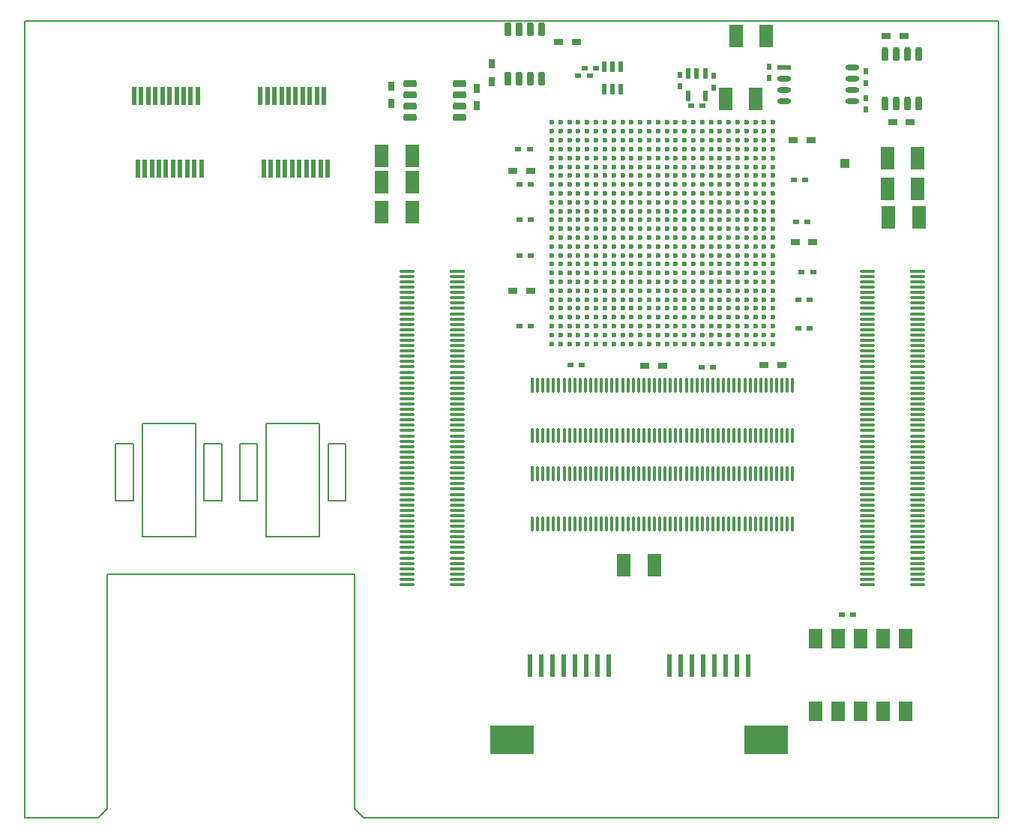
<source format=gtp>
*
*
G04 PADS 9.5 Build Number: 522968 generated Gerber (RS-274-X) file*
G04 PC Version=2.1*
*
%IN "SCROD.revA3.batch4.auto"*%
*
%MOIN*%
*
%FSLAX35Y35*%
*
*
*
*
G04 PC Standard Apertures*
*
*
G04 Thermal Relief Aperture macro.*
%AMTER*
1,1,$1,0,0*
1,0,$1-$2,0,0*
21,0,$3,$4,0,0,45*
21,0,$3,$4,0,0,135*
%
*
*
G04 Annular Aperture macro.*
%AMANN*
1,1,$1,0,0*
1,0,$2,0,0*
%
*
*
G04 Odd Aperture macro.*
%AMODD*
1,1,$1,0,0*
1,0,$1-0.005,0,0*
%
*
*
G04 PC Custom Aperture Macros*
*
*
*
*
*
*
G04 PC Aperture Table*
*
%ADD010C,0.001*%
%ADD012C,0.005*%
%ADD013C,0.01*%
%ADD041C,0.02362*%
%ADD042R,0.01969X0.07874*%
%ADD074R,0.022X0.1*%
%ADD086R,0.06X0.1*%
%ADD089R,0.01378X0.06693*%
%ADD090O,0.01378X0.06693*%
%ADD091R,0.06693X0.01378*%
%ADD092O,0.06693X0.01378*%
%ADD096R,0.02X0.05*%
%ADD109R,0.0315X0.01969*%
%ADD110R,0.04331X0.0315*%
%ADD111R,0.01969X0.0315*%
%ADD121R,0.0315X0.04331*%
%ADD153R,0.19685X0.13*%
%ADD156R,0.06299X0.02362*%
%ADD157O,0.06299X0.02362*%
%ADD177R,0.03937X0.03937*%
%ADD231R,0.059X0.085*%
*
*
*
*
G04 PC Circuitry*
G04 Layer Name SCROD.revA3.batch4.auto - circuitry*
%LPD*%
*
*
G04 PC Custom Flashes*
G04 Layer Name SCROD.revA3.batch4.auto - flashes*
%LPD*%
*
*
G04 PC Circuitry*
G04 Layer Name SCROD.revA3.batch4.auto - circuitry*
%LPD*%
*
G54D10*
G54D12*
G01X80315Y56693D02*
X112795D01*
X116732Y60630*
Y164961*
X226969*
Y60630*
X230906Y56693*
X513386*
Y411024*
X80315*
Y56693*
X132480Y231890D02*
X156102D01*
Y181693*
X132480*
Y231890*
X187598D02*
X211220D01*
Y181693*
X187598*
Y231890*
X160039Y223031D02*
X167913D01*
Y197441*
X160039*
Y223031*
X175787D02*
X183661D01*
Y197441*
X175787*
Y223031*
X215157D02*
X223031D01*
Y197441*
X215157*
Y223031*
X120669D02*
X128543D01*
Y197441*
X120669*
Y223031*
G54D13*
X295557Y382760D02*
X293971D01*
X293764Y382967*
Y387553*
X293971Y387760*
X295557*
X295764Y387553*
Y382967*
X295557Y382760*
X293764Y383000D02*
X295764D01*
X293764Y384000D02*
X295764D01*
X293764Y385000D02*
X295764D01*
X293764Y386000D02*
X295764D01*
X293764Y387000D02*
X295764D01*
X294000Y382760D02*
Y387760D01*
X295000Y382760D02*
Y387760D01*
X300557Y382760D02*
X298971D01*
X298764Y382967*
Y387553*
X298971Y387760*
X300557*
X300764Y387553*
Y382967*
X300557Y382760*
X298764Y383000D02*
X300764D01*
X298764Y384000D02*
X300764D01*
X298764Y385000D02*
X300764D01*
X298764Y386000D02*
X300764D01*
X298764Y387000D02*
X300764D01*
X299000Y382760D02*
Y387760D01*
X300000Y382760D02*
Y387760D01*
X305557Y382760D02*
X303971D01*
X303764Y382967*
Y387553*
X303971Y387760*
X305557*
X305764Y387553*
Y382967*
X305557Y382760*
X303764Y383000D02*
X305764D01*
X303764Y384000D02*
X305764D01*
X303764Y385000D02*
X305764D01*
X303764Y386000D02*
X305764D01*
X303764Y387000D02*
X305764D01*
X304000Y382760D02*
Y387760D01*
X305000Y382760D02*
Y387760D01*
X310557Y382760D02*
X308971D01*
X308764Y382967*
Y387553*
X308971Y387760*
X310557*
X310764Y387553*
Y382967*
X310557Y382760*
X308764Y383000D02*
X310764D01*
X308764Y384000D02*
X310764D01*
X308764Y385000D02*
X310764D01*
X308764Y386000D02*
X310764D01*
X308764Y387000D02*
X310764D01*
X309000Y382760D02*
Y387760D01*
X310000Y382760D02*
Y387760D01*
X310557Y404760D02*
X308971D01*
X308764Y404967*
Y409553*
X308971Y409760*
X310557*
X310764Y409553*
Y404967*
X310557Y404760*
X308764Y405000D02*
X310764D01*
X308764Y406000D02*
X310764D01*
X308764Y407000D02*
X310764D01*
X308764Y408000D02*
X310764D01*
X308764Y409000D02*
X310764D01*
X309000Y404760D02*
Y409760D01*
X310000Y404760D02*
Y409760D01*
X305557Y404760D02*
X303971D01*
X303764Y404967*
Y409553*
X303971Y409760*
X305557*
X305764Y409553*
Y404967*
X305557Y404760*
X303764Y405000D02*
X305764D01*
X303764Y406000D02*
X305764D01*
X303764Y407000D02*
X305764D01*
X303764Y408000D02*
X305764D01*
X303764Y409000D02*
X305764D01*
X304000Y404760D02*
Y409760D01*
X305000Y404760D02*
Y409760D01*
X300557Y404760D02*
X298971D01*
X298764Y404967*
Y409553*
X298971Y409760*
X300557*
X300764Y409553*
Y404967*
X300557Y404760*
X298764Y405000D02*
X300764D01*
X298764Y406000D02*
X300764D01*
X298764Y407000D02*
X300764D01*
X298764Y408000D02*
X300764D01*
X298764Y409000D02*
X300764D01*
X299000Y404760D02*
Y409760D01*
X300000Y404760D02*
Y409760D01*
X295557Y404760D02*
X293971D01*
X293764Y404967*
Y409553*
X293971Y409760*
X295557*
X295764Y409553*
Y404967*
X295557Y404760*
X293764Y405000D02*
X295764D01*
X293764Y406000D02*
X295764D01*
X293764Y407000D02*
X295764D01*
X293764Y408000D02*
X295764D01*
X293764Y409000D02*
X295764D01*
X294000Y404760D02*
Y409760D01*
X295000Y404760D02*
Y409760D01*
X248902Y382298D02*
Y383883D01*
X249109Y384091*
X253694*
X253902Y383883*
Y382298*
X253694Y382091*
X249109*
X248902Y382298*
Y383000D02*
X253902D01*
X249018Y384000D02*
X253785D01*
X249000Y382199D02*
Y383982D01*
X250000Y382091D02*
Y384091D01*
X251000Y382091D02*
Y384091D01*
X252000Y382091D02*
Y384091D01*
X253000Y382091D02*
Y384091D01*
X248902Y377298D02*
Y378883D01*
X249109Y379091*
X253694*
X253902Y378883*
Y377298*
X253694Y377091*
X249109*
X248902Y377298*
Y378000D02*
X253902D01*
X249018Y379000D02*
X253785D01*
X249000Y377199D02*
Y378982D01*
X250000Y377091D02*
Y379091D01*
X251000Y377091D02*
Y379091D01*
X252000Y377091D02*
Y379091D01*
X253000Y377091D02*
Y379091D01*
X248902Y372298D02*
Y373883D01*
X249109Y374091*
X253694*
X253902Y373883*
Y372298*
X253694Y372091*
X249109*
X248902Y372298*
Y373000D02*
X253902D01*
X249018Y374000D02*
X253785D01*
X249000Y372199D02*
Y373982D01*
X250000Y372091D02*
Y374091D01*
X251000Y372091D02*
Y374091D01*
X252000Y372091D02*
Y374091D01*
X253000Y372091D02*
Y374091D01*
X248902Y367298D02*
Y368883D01*
X249109Y369091*
X253694*
X253902Y368883*
Y367298*
X253694Y367091*
X249109*
X248902Y367298*
Y368000D02*
X253902D01*
X249018Y369000D02*
X253785D01*
X249000Y367199D02*
Y368982D01*
X250000Y367091D02*
Y369091D01*
X251000Y367091D02*
Y369091D01*
X252000Y367091D02*
Y369091D01*
X253000Y367091D02*
Y369091D01*
X270902Y367298D02*
Y368883D01*
X271109Y369091*
X275694*
X275902Y368883*
Y367298*
X275694Y367091*
X271109*
X270902Y367298*
Y368000D02*
X275902D01*
X271018Y369000D02*
X275785D01*
X271000Y367199D02*
Y368982D01*
X272000Y367091D02*
Y369091D01*
X273000Y367091D02*
Y369091D01*
X274000Y367091D02*
Y369091D01*
X275000Y367091D02*
Y369091D01*
X270902Y372298D02*
Y373883D01*
X271109Y374091*
X275694*
X275902Y373883*
Y372298*
X275694Y372091*
X271109*
X270902Y372298*
Y373000D02*
X275902D01*
X271018Y374000D02*
X275785D01*
X271000Y372199D02*
Y373982D01*
X272000Y372091D02*
Y374091D01*
X273000Y372091D02*
Y374091D01*
X274000Y372091D02*
Y374091D01*
X275000Y372091D02*
Y374091D01*
X270902Y377298D02*
Y378883D01*
X271109Y379091*
X275694*
X275902Y378883*
Y377298*
X275694Y377091*
X271109*
X270902Y377298*
Y378000D02*
X275902D01*
X271018Y379000D02*
X275785D01*
X271000Y377199D02*
Y378982D01*
X272000Y377091D02*
Y379091D01*
X273000Y377091D02*
Y379091D01*
X274000Y377091D02*
Y379091D01*
X275000Y377091D02*
Y379091D01*
X270902Y382298D02*
Y383883D01*
X271109Y384091*
X275694*
X275902Y383883*
Y382298*
X275694Y382091*
X271109*
X270902Y382298*
Y383000D02*
X275902D01*
X271018Y384000D02*
X275785D01*
X271000Y382199D02*
Y383982D01*
X272000Y382091D02*
Y384091D01*
X273000Y382091D02*
Y384091D01*
X274000Y382091D02*
Y384091D01*
X275000Y382091D02*
Y384091D01*
X463372Y371933D02*
X461786D01*
X461579Y372140*
Y376726*
X461786Y376933*
X463372*
X463579Y376726*
Y372140*
X463372Y371933*
X461719Y372000D02*
X463439D01*
X461579Y373000D02*
X463579D01*
X461579Y374000D02*
X463579D01*
X461579Y375000D02*
X463579D01*
X461579Y376000D02*
X463579D01*
X462000Y371933D02*
Y376933D01*
X463000Y371933D02*
Y376933D01*
X468372Y371933D02*
X466786D01*
X466579Y372140*
Y376726*
X466786Y376933*
X468372*
X468579Y376726*
Y372140*
X468372Y371933*
X466719Y372000D02*
X468439D01*
X466579Y373000D02*
X468579D01*
X466579Y374000D02*
X468579D01*
X466579Y375000D02*
X468579D01*
X466579Y376000D02*
X468579D01*
X467000Y371933D02*
Y376933D01*
X468000Y371933D02*
Y376933D01*
X473372Y371933D02*
X471786D01*
X471579Y372140*
Y376726*
X471786Y376933*
X473372*
X473579Y376726*
Y372140*
X473372Y371933*
X471719Y372000D02*
X473439D01*
X471579Y373000D02*
X473579D01*
X471579Y374000D02*
X473579D01*
X471579Y375000D02*
X473579D01*
X471579Y376000D02*
X473579D01*
X472000Y371933D02*
Y376933D01*
X473000Y371933D02*
Y376933D01*
X478372Y371933D02*
X476786D01*
X476579Y372140*
Y376726*
X476786Y376933*
X478372*
X478579Y376726*
Y372140*
X478372Y371933*
X476719Y372000D02*
X478439D01*
X476579Y373000D02*
X478579D01*
X476579Y374000D02*
X478579D01*
X476579Y375000D02*
X478579D01*
X476579Y376000D02*
X478579D01*
X477000Y371933D02*
Y376933D01*
X478000Y371933D02*
Y376933D01*
X478372Y393933D02*
X476786D01*
X476579Y394140*
Y398726*
X476786Y398933*
X478372*
X478579Y398726*
Y394140*
X478372Y393933*
X476719Y394000D02*
X478439D01*
X476579Y395000D02*
X478579D01*
X476579Y396000D02*
X478579D01*
X476579Y397000D02*
X478579D01*
X476579Y398000D02*
X478579D01*
X477000Y393933D02*
Y398933D01*
X478000Y393933D02*
Y398933D01*
X473372Y393933D02*
X471786D01*
X471579Y394140*
Y398726*
X471786Y398933*
X473372*
X473579Y398726*
Y394140*
X473372Y393933*
X471719Y394000D02*
X473439D01*
X471579Y395000D02*
X473579D01*
X471579Y396000D02*
X473579D01*
X471579Y397000D02*
X473579D01*
X471579Y398000D02*
X473579D01*
X472000Y393933D02*
Y398933D01*
X473000Y393933D02*
Y398933D01*
X468372Y393933D02*
X466786D01*
X466579Y394140*
Y398726*
X466786Y398933*
X468372*
X468579Y398726*
Y394140*
X468372Y393933*
X466719Y394000D02*
X468439D01*
X466579Y395000D02*
X468579D01*
X466579Y396000D02*
X468579D01*
X466579Y397000D02*
X468579D01*
X466579Y398000D02*
X468579D01*
X467000Y393933D02*
Y398933D01*
X468000Y393933D02*
Y398933D01*
X463372Y393933D02*
X461786D01*
X461579Y394140*
Y398726*
X461786Y398933*
X463372*
X463579Y398726*
Y394140*
X463372Y393933*
X461719Y394000D02*
X463439D01*
X461579Y395000D02*
X463579D01*
X461579Y396000D02*
X463579D01*
X461579Y397000D02*
X463579D01*
X461579Y398000D02*
X463579D01*
X462000Y393933D02*
Y398933D01*
X463000Y393933D02*
Y398933D01*
G54D41*
X314567Y365748D03*
X318504D03*
X322441D03*
X326378D03*
X330315D03*
X334252D03*
X338189D03*
X342126D03*
X346063D03*
X350000D03*
X353937D03*
X357874D03*
X361811D03*
X365748D03*
X369685D03*
X373622D03*
X377559D03*
X381496D03*
X385433D03*
X389370D03*
X393307D03*
X397244D03*
X401181D03*
X405118D03*
X409055D03*
X412992D03*
X314567Y361811D03*
X318504D03*
X322441D03*
X326378D03*
X330315D03*
X334252D03*
X338189D03*
X342126D03*
X346063D03*
X350000D03*
X353937D03*
X357874D03*
X361811D03*
X365748D03*
X369685D03*
X373622D03*
X377559D03*
X381496D03*
X385433D03*
X389370D03*
X393307D03*
X397244D03*
X401181D03*
X405118D03*
X409055D03*
X412992D03*
X314567Y357874D03*
X318504D03*
X322441D03*
X326378D03*
X330315D03*
X334252D03*
X338189D03*
X342126D03*
X346063D03*
X350000D03*
X353937D03*
X357874D03*
X361811D03*
X365748D03*
X369685D03*
X373622D03*
X377559D03*
X381496D03*
X385433D03*
X389370D03*
X393307D03*
X397244D03*
X401181D03*
X405118D03*
X409055D03*
X412992D03*
X314567Y353937D03*
X318504D03*
X322441D03*
X326378D03*
X330315D03*
X334252D03*
X338189D03*
X342126D03*
X346063D03*
X350000D03*
X353937D03*
X357874D03*
X361811D03*
X365748D03*
X369685D03*
X373622D03*
X377559D03*
X381496D03*
X385433D03*
X389370D03*
X393307D03*
X397244D03*
X401181D03*
X405118D03*
X409055D03*
X412992D03*
X314567Y350000D03*
X318504D03*
X322441D03*
X326378D03*
X330315D03*
X334252D03*
X338189D03*
X342126D03*
X346063D03*
X350000D03*
X353937D03*
X357874D03*
X361811D03*
X365748D03*
X369685D03*
X373622D03*
X377559D03*
X381496D03*
X385433D03*
X389370D03*
X393307D03*
X397244D03*
X401181D03*
X405118D03*
X409055D03*
X412992D03*
X314567Y346063D03*
X318504D03*
X322441D03*
X326378D03*
X330315D03*
X334252D03*
X338189D03*
X342126D03*
X346063D03*
X350000D03*
X353937D03*
X357874D03*
X361811D03*
X365748D03*
X369685D03*
X373622D03*
X377559D03*
X381496D03*
X385433D03*
X389370D03*
X393307D03*
X397244D03*
X401181D03*
X405118D03*
X409055D03*
X412992D03*
X314567Y342126D03*
X318504D03*
X322441D03*
X326378D03*
X330315D03*
X334252D03*
X338189D03*
X342126D03*
X346063D03*
X350000D03*
X353937D03*
X357874D03*
X361811D03*
X365748D03*
X369685D03*
X373622D03*
X377559D03*
X381496D03*
X385433D03*
X389370D03*
X393307D03*
X397244D03*
X401181D03*
X405118D03*
X409055D03*
X412992D03*
X314567Y338189D03*
X318504D03*
X322441D03*
X326378D03*
X330315D03*
X334252D03*
X338189D03*
X342126D03*
X346063D03*
X350000D03*
X353937D03*
X357874D03*
X361811D03*
X365748D03*
X369685D03*
X373622D03*
X377559D03*
X381496D03*
X385433D03*
X389370D03*
X393307D03*
X397244D03*
X401181D03*
X405118D03*
X409055D03*
X412992D03*
X314567Y334252D03*
X318504D03*
X322441D03*
X326378D03*
X330315D03*
X334252D03*
X338189D03*
X342126D03*
X346063D03*
X350000D03*
X353937D03*
X357874D03*
X361811D03*
X365748D03*
X369685D03*
X373622D03*
X377559D03*
X381496D03*
X385433D03*
X389370D03*
X393307D03*
X397244D03*
X401181D03*
X405118D03*
X409055D03*
X412992D03*
X314567Y330315D03*
X318504D03*
X322441D03*
X326378D03*
X330315D03*
X334252D03*
X338189D03*
X342126D03*
X346063D03*
X350000D03*
X353937D03*
X357874D03*
X361811D03*
X365748D03*
X369685D03*
X373622D03*
X377559D03*
X381496D03*
X385433D03*
X389370D03*
X393307D03*
X397244D03*
X401181D03*
X405118D03*
X409055D03*
X412992D03*
X314567Y326378D03*
X318504D03*
X322441D03*
X326378D03*
X330315D03*
X334252D03*
X338189D03*
X342126D03*
X346063D03*
X350000D03*
X353937D03*
X357874D03*
X361811D03*
X365748D03*
X369685D03*
X373622D03*
X377559D03*
X381496D03*
X385433D03*
X389370D03*
X393307D03*
X397244D03*
X401181D03*
X405118D03*
X409055D03*
X412992D03*
X314567Y322441D03*
X318504D03*
X322441D03*
X326378D03*
X330315D03*
X334252D03*
X338189D03*
X342126D03*
X346063D03*
X350000D03*
X353937D03*
X357874D03*
X361811D03*
X365748D03*
X369685D03*
X373622D03*
X377559D03*
X381496D03*
X385433D03*
X389370D03*
X393307D03*
X397244D03*
X401181D03*
X405118D03*
X409055D03*
X412992D03*
X314567Y318504D03*
X318504D03*
X322441D03*
X326378D03*
X330315D03*
X334252D03*
X338189D03*
X342126D03*
X346063D03*
X350000D03*
X353937D03*
X357874D03*
X361811D03*
X365748D03*
X369685D03*
X373622D03*
X377559D03*
X381496D03*
X385433D03*
X389370D03*
X393307D03*
X397244D03*
X401181D03*
X405118D03*
X409055D03*
X412992D03*
X314567Y314567D03*
X318504D03*
X322441D03*
X326378D03*
X330315D03*
X334252D03*
X338189D03*
X342126D03*
X346063D03*
X350000D03*
X353937D03*
X357874D03*
X361811D03*
X365748D03*
X369685D03*
X373622D03*
X377559D03*
X381496D03*
X385433D03*
X389370D03*
X393307D03*
X397244D03*
X401181D03*
X405118D03*
X409055D03*
X412992D03*
X314567Y310630D03*
X318504D03*
X322441D03*
X326378D03*
X330315D03*
X334252D03*
X338189D03*
X342126D03*
X346063D03*
X350000D03*
X353937D03*
X357874D03*
X361811D03*
X365748D03*
X369685D03*
X373622D03*
X377559D03*
X381496D03*
X385433D03*
X389370D03*
X393307D03*
X397244D03*
X401181D03*
X405118D03*
X409055D03*
X412992D03*
X314567Y306693D03*
X318504D03*
X322441D03*
X326378D03*
X330315D03*
X334252D03*
X338189D03*
X342126D03*
X346063D03*
X350000D03*
X353937D03*
X357874D03*
X361811D03*
X365748D03*
X369685D03*
X373622D03*
X377559D03*
X381496D03*
X385433D03*
X389370D03*
X393307D03*
X397244D03*
X401181D03*
X405118D03*
X409055D03*
X412992D03*
X314567Y302756D03*
X318504D03*
X322441D03*
X326378D03*
X330315D03*
X334252D03*
X338189D03*
X342126D03*
X346063D03*
X350000D03*
X353937D03*
X357874D03*
X361811D03*
X365748D03*
X369685D03*
X373622D03*
X377559D03*
X381496D03*
X385433D03*
X389370D03*
X393307D03*
X397244D03*
X401181D03*
X405118D03*
X409055D03*
X412992D03*
X314567Y298819D03*
X318504D03*
X322441D03*
X326378D03*
X330315D03*
X334252D03*
X338189D03*
X342126D03*
X346063D03*
X350000D03*
X353937D03*
X357874D03*
X361811D03*
X365748D03*
X369685D03*
X373622D03*
X377559D03*
X381496D03*
X385433D03*
X389370D03*
X393307D03*
X397244D03*
X401181D03*
X405118D03*
X409055D03*
X412992D03*
X314567Y294882D03*
X318504D03*
X322441D03*
X326378D03*
X330315D03*
X334252D03*
X338189D03*
X342126D03*
X346063D03*
X350000D03*
X353937D03*
X357874D03*
X361811D03*
X365748D03*
X369685D03*
X373622D03*
X377559D03*
X381496D03*
X385433D03*
X389370D03*
X393307D03*
X397244D03*
X401181D03*
X405118D03*
X409055D03*
X412992D03*
X314567Y290945D03*
X318504D03*
X322441D03*
X326378D03*
X330315D03*
X334252D03*
X338189D03*
X342126D03*
X346063D03*
X350000D03*
X353937D03*
X357874D03*
X361811D03*
X365748D03*
X369685D03*
X373622D03*
X377559D03*
X381496D03*
X385433D03*
X389370D03*
X393307D03*
X397244D03*
X401181D03*
X405118D03*
X409055D03*
X412992D03*
X314567Y287008D03*
X318504D03*
X322441D03*
X326378D03*
X330315D03*
X334252D03*
X338189D03*
X342126D03*
X346063D03*
X350000D03*
X353937D03*
X357874D03*
X361811D03*
X365748D03*
X369685D03*
X373622D03*
X377559D03*
X381496D03*
X385433D03*
X389370D03*
X393307D03*
X397244D03*
X401181D03*
X405118D03*
X409055D03*
X412992D03*
X314567Y283071D03*
X318504D03*
X322441D03*
X326378D03*
X330315D03*
X334252D03*
X338189D03*
X342126D03*
X346063D03*
X350000D03*
X353937D03*
X357874D03*
X361811D03*
X365748D03*
X369685D03*
X373622D03*
X377559D03*
X381496D03*
X385433D03*
X389370D03*
X393307D03*
X397244D03*
X401181D03*
X405118D03*
X409055D03*
X412992D03*
X314567Y279134D03*
X318504D03*
X322441D03*
X326378D03*
X330315D03*
X334252D03*
X338189D03*
X342126D03*
X346063D03*
X350000D03*
X353937D03*
X357874D03*
X361811D03*
X365748D03*
X369685D03*
X373622D03*
X377559D03*
X381496D03*
X385433D03*
X389370D03*
X393307D03*
X397244D03*
X401181D03*
X405118D03*
X409055D03*
X412992D03*
X314567Y275197D03*
X318504D03*
X322441D03*
X326378D03*
X330315D03*
X334252D03*
X338189D03*
X342126D03*
X346063D03*
X350000D03*
X353937D03*
X357874D03*
X361811D03*
X365748D03*
X369685D03*
X373622D03*
X377559D03*
X381496D03*
X385433D03*
X389370D03*
X393307D03*
X397244D03*
X401181D03*
X405118D03*
X409055D03*
X412992D03*
X314567Y271260D03*
X318504D03*
X322441D03*
X326378D03*
X330315D03*
X334252D03*
X338189D03*
X342126D03*
X346063D03*
X350000D03*
X353937D03*
X357874D03*
X361811D03*
X365748D03*
X369685D03*
X373622D03*
X377559D03*
X381496D03*
X385433D03*
X389370D03*
X393307D03*
X397244D03*
X401181D03*
X405118D03*
X409055D03*
X412992D03*
X314567Y267323D03*
X318504D03*
X322441D03*
X326378D03*
X330315D03*
X334252D03*
X338189D03*
X342126D03*
X346063D03*
X350000D03*
X353937D03*
X357874D03*
X361811D03*
X365748D03*
X369685D03*
X373622D03*
X377559D03*
X381496D03*
X385433D03*
X389370D03*
X393307D03*
X397244D03*
X401181D03*
X405118D03*
X409055D03*
X412992D03*
G54D42*
X130433Y345276D03*
X133583D03*
X136732D03*
X139882D03*
X143031D03*
X146181D03*
X149331D03*
X152480D03*
X155630D03*
X158780D03*
X157205Y377559D03*
X154055D03*
X150906D03*
X147756D03*
X144606D03*
X141457D03*
X138307D03*
X135157D03*
X132008D03*
X128858D03*
X186535Y345276D03*
X189685D03*
X192835D03*
X195984D03*
X199134D03*
X202283D03*
X205433D03*
X208583D03*
X211732D03*
X214882D03*
X213307Y377559D03*
X210157D03*
X207008D03*
X203858D03*
X200709D03*
X197559D03*
X194409D03*
X191260D03*
X188110D03*
X184961D03*
G54D74*
X339961Y124293D03*
X334961D03*
X329961D03*
X324961D03*
X319961D03*
X314961D03*
X309961D03*
X304961D03*
X401961D03*
X396961D03*
X391961D03*
X386961D03*
X381961D03*
X376961D03*
X371961D03*
X366961D03*
G54D86*
X463821Y336220D03*
X477321D03*
X464313Y323425D03*
X477813D03*
X463821Y350000D03*
X477321D03*
X252419Y325886D03*
X238919D03*
X346695Y168898D03*
X360195D03*
X409900Y404134D03*
X396400D03*
X252419Y350984D03*
X238919D03*
X405224Y376083D03*
X391724D03*
X252419Y339173D03*
X238919D03*
G54D89*
X305906Y249016D03*
Y209646D03*
G54D90*
X308268Y249016D03*
X310630D03*
X312992D03*
X315354D03*
X317717D03*
X320079D03*
X322441D03*
X324803D03*
X327165D03*
X329528D03*
X331890D03*
X334252D03*
X336614D03*
X338976D03*
X341339D03*
X343701D03*
X346063D03*
X348425D03*
X350787D03*
X353150D03*
X355512D03*
X357874D03*
X360236D03*
X362598D03*
X364961D03*
X367323D03*
X369685D03*
X372047D03*
X374409D03*
X376772D03*
X379134D03*
X381496D03*
X383858D03*
X386220D03*
X388583D03*
X390945D03*
X393307D03*
X395669D03*
X398031D03*
X400394D03*
X402756D03*
X405118D03*
X407480D03*
X409843D03*
X412205D03*
X414567D03*
X416929D03*
X419291D03*
X421654D03*
Y226575D03*
X419291D03*
X416929D03*
X414567D03*
X412205D03*
X409843D03*
X407480D03*
X405118D03*
X402756D03*
X400394D03*
X398031D03*
X395669D03*
X393307D03*
X390945D03*
X388583D03*
X386220D03*
X383858D03*
X381496D03*
X379134D03*
X376772D03*
X374409D03*
X372047D03*
X369685D03*
X367323D03*
X364961D03*
X362598D03*
X360236D03*
X357874D03*
X355512D03*
X353150D03*
X350787D03*
X348425D03*
X346063D03*
X343701D03*
X341339D03*
X338976D03*
X336614D03*
X334252D03*
X331890D03*
X329528D03*
X327165D03*
X324803D03*
X322441D03*
X320079D03*
X317717D03*
X315354D03*
X312992D03*
X310630D03*
X308268D03*
X305906D03*
X308268Y209646D03*
X310630D03*
X312992D03*
X315354D03*
X317717D03*
X320079D03*
X322441D03*
X324803D03*
X327165D03*
X329528D03*
X331890D03*
X334252D03*
X336614D03*
X338976D03*
X341339D03*
X343701D03*
X346063D03*
X348425D03*
X350787D03*
X353150D03*
X355512D03*
X357874D03*
X360236D03*
X362598D03*
X364961D03*
X367323D03*
X369685D03*
X372047D03*
X374409D03*
X376772D03*
X379134D03*
X381496D03*
X383858D03*
X386220D03*
X388583D03*
X390945D03*
X393307D03*
X395669D03*
X398031D03*
X400394D03*
X402756D03*
X405118D03*
X407480D03*
X409843D03*
X412205D03*
X414567D03*
X416929D03*
X419291D03*
X421654D03*
Y187205D03*
X419291D03*
X416929D03*
X414567D03*
X412205D03*
X409843D03*
X407480D03*
X405118D03*
X402756D03*
X400394D03*
X398031D03*
X395669D03*
X393307D03*
X390945D03*
X388583D03*
X386220D03*
X383858D03*
X381496D03*
X379134D03*
X376772D03*
X374409D03*
X372047D03*
X369685D03*
X367323D03*
X364961D03*
X362598D03*
X360236D03*
X357874D03*
X355512D03*
X353150D03*
X350787D03*
X348425D03*
X346063D03*
X343701D03*
X341339D03*
X338976D03*
X336614D03*
X334252D03*
X331890D03*
X329528D03*
X327165D03*
X324803D03*
X322441D03*
X320079D03*
X317717D03*
X315354D03*
X312992D03*
X310630D03*
X308268D03*
X305906D03*
G54D91*
X272638Y299606D03*
X477362D03*
G54D92*
X272638Y297244D03*
Y294882D03*
Y292520D03*
Y290157D03*
Y287795D03*
Y285433D03*
Y283071D03*
Y280709D03*
Y278346D03*
Y275984D03*
Y273622D03*
Y271260D03*
Y268898D03*
Y266535D03*
Y264173D03*
Y261811D03*
Y259449D03*
Y257087D03*
Y254724D03*
Y252362D03*
Y250000D03*
Y247638D03*
Y245276D03*
Y242913D03*
Y240551D03*
Y238189D03*
Y235827D03*
Y233465D03*
Y231102D03*
Y228740D03*
Y226378D03*
Y224016D03*
Y221654D03*
Y219291D03*
Y216929D03*
Y214567D03*
Y212205D03*
Y209843D03*
Y207480D03*
Y205118D03*
Y202756D03*
Y200394D03*
Y198031D03*
Y195669D03*
Y193307D03*
Y190945D03*
Y188583D03*
Y186220D03*
Y183858D03*
Y181496D03*
Y179134D03*
Y176772D03*
Y174409D03*
Y172047D03*
Y169685D03*
Y167323D03*
Y164961D03*
Y162598D03*
Y160236D03*
X250197D03*
Y162598D03*
Y164961D03*
Y167323D03*
Y169685D03*
Y172047D03*
Y174409D03*
Y176772D03*
Y179134D03*
Y181496D03*
Y183858D03*
Y186220D03*
Y188583D03*
Y190945D03*
Y193307D03*
Y195669D03*
Y198031D03*
Y200394D03*
Y202756D03*
Y205118D03*
Y207480D03*
Y209843D03*
Y212205D03*
Y214567D03*
Y216929D03*
Y219291D03*
Y221654D03*
Y224016D03*
Y226378D03*
Y228740D03*
Y231102D03*
Y233465D03*
Y235827D03*
Y238189D03*
Y240551D03*
Y242913D03*
Y245276D03*
Y247638D03*
Y250000D03*
Y252362D03*
Y254724D03*
Y257087D03*
Y259449D03*
Y261811D03*
Y264173D03*
Y266535D03*
Y268898D03*
Y271260D03*
Y273622D03*
Y275984D03*
Y278346D03*
Y280709D03*
Y283071D03*
Y285433D03*
Y287795D03*
Y290157D03*
Y292520D03*
Y294882D03*
Y297244D03*
Y299606D03*
X477362Y297244D03*
Y294882D03*
Y292520D03*
Y290157D03*
Y287795D03*
Y285433D03*
Y283071D03*
Y280709D03*
Y278346D03*
Y275984D03*
Y273622D03*
Y271260D03*
Y268898D03*
Y266535D03*
Y264173D03*
Y261811D03*
Y259449D03*
Y257087D03*
Y254724D03*
Y252362D03*
Y250000D03*
Y247638D03*
Y245276D03*
Y242913D03*
Y240551D03*
Y238189D03*
Y235827D03*
Y233465D03*
Y231102D03*
Y228740D03*
Y226378D03*
Y224016D03*
Y221654D03*
Y219291D03*
Y216929D03*
Y214567D03*
Y212205D03*
Y209843D03*
Y207480D03*
Y205118D03*
Y202756D03*
Y200394D03*
Y198031D03*
Y195669D03*
Y193307D03*
Y190945D03*
Y188583D03*
Y186220D03*
Y183858D03*
Y181496D03*
Y179134D03*
Y176772D03*
Y174409D03*
Y172047D03*
Y169685D03*
Y167323D03*
Y164961D03*
Y162598D03*
Y160236D03*
X454921D03*
Y162598D03*
Y164961D03*
Y167323D03*
Y169685D03*
Y172047D03*
Y174409D03*
Y176772D03*
Y179134D03*
Y181496D03*
Y183858D03*
Y186220D03*
Y188583D03*
Y190945D03*
Y193307D03*
Y195669D03*
Y198031D03*
Y200394D03*
Y202756D03*
Y205118D03*
Y207480D03*
Y209843D03*
Y212205D03*
Y214567D03*
Y216929D03*
Y219291D03*
Y221654D03*
Y224016D03*
Y226378D03*
Y228740D03*
Y231102D03*
Y233465D03*
Y235827D03*
Y238189D03*
Y240551D03*
Y242913D03*
Y245276D03*
Y247638D03*
Y250000D03*
Y252362D03*
Y254724D03*
Y257087D03*
Y259449D03*
Y261811D03*
Y264173D03*
Y266535D03*
Y268898D03*
Y271260D03*
Y273622D03*
Y275984D03*
Y278346D03*
Y280709D03*
Y283071D03*
Y285433D03*
Y287795D03*
Y290157D03*
Y292520D03*
Y294882D03*
Y297244D03*
Y299606D03*
G54D96*
X382785Y387480D03*
X379035D03*
X375285D03*
Y377480D03*
X382785D03*
X337884Y380433D03*
X341634D03*
X345384D03*
Y390433D03*
X341624D03*
X337884D03*
G54D109*
X424213Y287008D03*
X429331D03*
X424213Y274213D03*
X429331D03*
X425689Y299311D03*
X430807D03*
X327953Y257972D03*
X322835D03*
X386270Y256742D03*
X381152D03*
X305315Y275197D03*
X300197D03*
X305315Y306693D03*
X300197D03*
X305315Y322441D03*
X300197D03*
X305315Y338189D03*
X300197D03*
X304823Y353937D03*
X299705D03*
X422244Y340157D03*
X427362D03*
X423228Y321457D03*
X428346D03*
X381594Y373130D03*
X376476D03*
X331398Y386417D03*
X326280D03*
X334350Y389862D03*
X329232D03*
X448701Y146850D03*
X443583D03*
G54D110*
X421850Y357874D03*
X429724D03*
X422835Y312598D03*
X430709D03*
X409055Y257972D03*
X416929D03*
X363780Y257480D03*
X355906D03*
X305217Y290945D03*
X297343D03*
X305217Y344094D03*
X297343D03*
X463189Y404134D03*
X471063D03*
X317520Y401673D03*
X325394D03*
X466142Y365748D03*
X474016D03*
G54D111*
X371654Y381890D03*
Y387008D03*
X386417Y381398D03*
Y386516D03*
X454331Y388484D03*
Y383366D03*
Y376673D03*
Y371555D03*
X411262Y385573D03*
Y390691D03*
G54D121*
X243209Y381988D03*
Y374114D03*
X281102Y381004D03*
Y373130D03*
X287992Y383957D03*
Y391831D03*
G54D153*
X296850Y91142D03*
X410039D03*
G54D156*
X418004Y390219D03*
G54D157*
Y385219D03*
Y380219D03*
Y375219D03*
X448319D03*
Y380219D03*
Y385219D03*
Y390219D03*
G54D177*
X444980Y347539D03*
G54D231*
X431870Y103977D03*
X441870D03*
X451870D03*
X461870D03*
X471870D03*
Y136377D03*
X461870D03*
X451870D03*
X441870D03*
X431870D03*
X0Y0D02*
M02*

</source>
